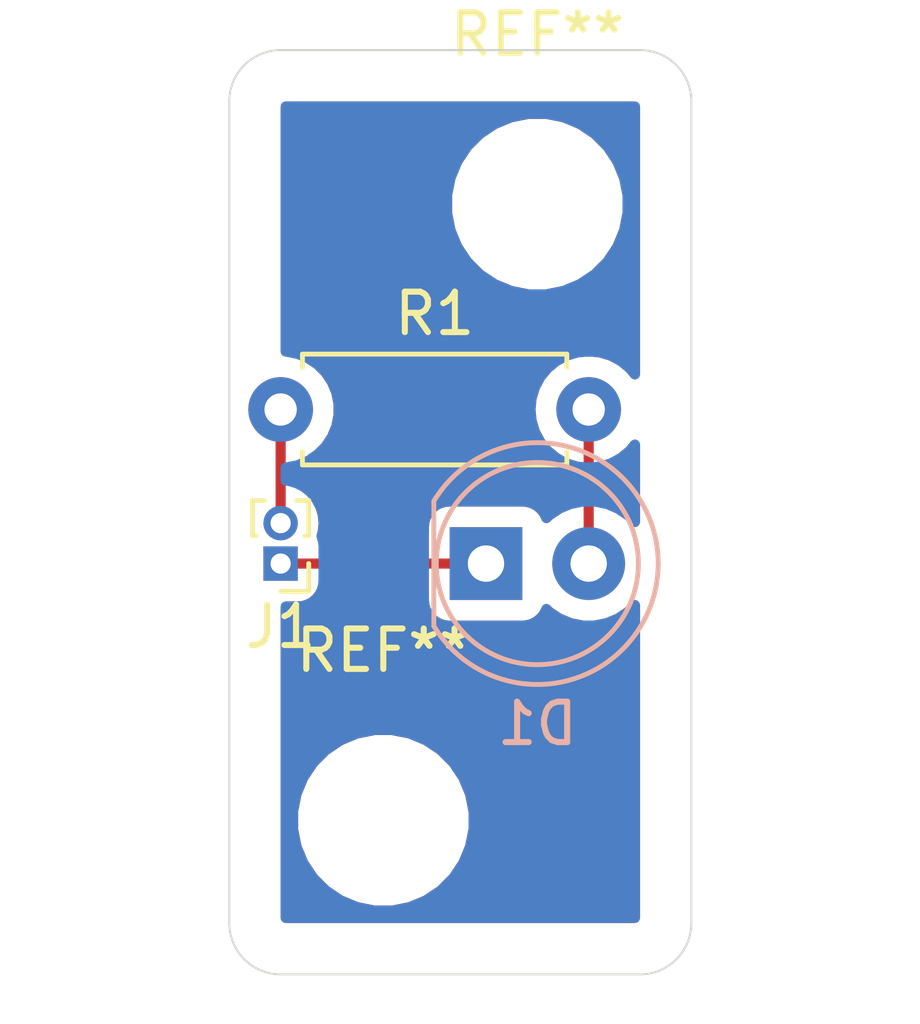
<source format=kicad_pcb>
(kicad_pcb (version 20171130) (host pcbnew "(5.1.4)-1")

  (general
    (thickness 1.6)
    (drawings 8)
    (tracks 3)
    (zones 0)
    (modules 5)
    (nets 4)
  )

  (page A4)
  (layers
    (0 F.Cu signal)
    (31 B.Cu signal)
    (32 B.Adhes user)
    (33 F.Adhes user)
    (34 B.Paste user)
    (35 F.Paste user)
    (36 B.SilkS user)
    (37 F.SilkS user)
    (38 B.Mask user)
    (39 F.Mask user)
    (40 Dwgs.User user)
    (41 Cmts.User user)
    (42 Eco1.User user)
    (43 Eco2.User user)
    (44 Edge.Cuts user)
    (45 Margin user)
    (46 B.CrtYd user)
    (47 F.CrtYd user)
    (48 B.Fab user)
    (49 F.Fab user)
  )

  (setup
    (last_trace_width 0.25)
    (trace_clearance 0.2)
    (zone_clearance 0.508)
    (zone_45_only no)
    (trace_min 0.2)
    (via_size 0.8)
    (via_drill 0.4)
    (via_min_size 0.4)
    (via_min_drill 0.3)
    (uvia_size 0.3)
    (uvia_drill 0.1)
    (uvias_allowed no)
    (uvia_min_size 0.2)
    (uvia_min_drill 0.1)
    (edge_width 0.05)
    (segment_width 0.2)
    (pcb_text_width 0.3)
    (pcb_text_size 1.5 1.5)
    (mod_edge_width 0.12)
    (mod_text_size 1 1)
    (mod_text_width 0.15)
    (pad_size 1.524 1.524)
    (pad_drill 0.762)
    (pad_to_mask_clearance 0.051)
    (solder_mask_min_width 0.25)
    (aux_axis_origin 0 0)
    (visible_elements 7FFFFFFF)
    (pcbplotparams
      (layerselection 0x010fc_ffffffff)
      (usegerberextensions false)
      (usegerberattributes false)
      (usegerberadvancedattributes false)
      (creategerberjobfile false)
      (excludeedgelayer true)
      (linewidth 0.100000)
      (plotframeref false)
      (viasonmask false)
      (mode 1)
      (useauxorigin false)
      (hpglpennumber 1)
      (hpglpenspeed 20)
      (hpglpendiameter 15.000000)
      (psnegative false)
      (psa4output false)
      (plotreference true)
      (plotvalue true)
      (plotinvisibletext false)
      (padsonsilk false)
      (subtractmaskfromsilk false)
      (outputformat 1)
      (mirror false)
      (drillshape 1)
      (scaleselection 1)
      (outputdirectory ""))
  )

  (net 0 "")
  (net 1 "Net-(D1-Pad1)")
  (net 2 "Net-(D1-Pad2)")
  (net 3 "Net-(J1-Pad2)")

  (net_class Default "This is the default net class."
    (clearance 0.2)
    (trace_width 0.25)
    (via_dia 0.8)
    (via_drill 0.4)
    (uvia_dia 0.3)
    (uvia_drill 0.1)
    (add_net "Net-(D1-Pad1)")
    (add_net "Net-(D1-Pad2)")
    (add_net "Net-(J1-Pad2)")
  )

  (module MountingHole:MountingHole_3.2mm_M3 (layer F.Cu) (tedit 56D1B4CB) (tstamp 5E3765B6)
    (at 119.38 134.62)
    (descr "Mounting Hole 3.2mm, no annular, M3")
    (tags "mounting hole 3.2mm no annular m3")
    (attr virtual)
    (fp_text reference REF** (at 0 -4.2) (layer F.SilkS)
      (effects (font (size 1 1) (thickness 0.15)))
    )
    (fp_text value MountingHole_3.2mm_M3 (at 0 4.2) (layer F.Fab)
      (effects (font (size 1 1) (thickness 0.15)))
    )
    (fp_text user %R (at 0.3 0) (layer F.Fab)
      (effects (font (size 1 1) (thickness 0.15)))
    )
    (fp_circle (center 0 0) (end 3.2 0) (layer Cmts.User) (width 0.15))
    (fp_circle (center 0 0) (end 3.45 0) (layer F.CrtYd) (width 0.05))
    (pad 1 np_thru_hole circle (at 0 0) (size 3.2 3.2) (drill 3.2) (layers *.Cu *.Mask))
  )

  (module MountingHole:MountingHole_3.2mm_M3 (layer F.Cu) (tedit 56D1B4CB) (tstamp 5E376580)
    (at 123.19 119.38)
    (descr "Mounting Hole 3.2mm, no annular, M3")
    (tags "mounting hole 3.2mm no annular m3")
    (attr virtual)
    (fp_text reference REF** (at 0 -4.2) (layer F.SilkS)
      (effects (font (size 1 1) (thickness 0.15)))
    )
    (fp_text value MountingHole_3.2mm_M3 (at 0 4.2) (layer F.Fab)
      (effects (font (size 1 1) (thickness 0.15)))
    )
    (fp_circle (center 0 0) (end 3.45 0) (layer F.CrtYd) (width 0.05))
    (fp_circle (center 0 0) (end 3.2 0) (layer Cmts.User) (width 0.15))
    (fp_text user %R (at 0.3 0) (layer F.Fab)
      (effects (font (size 1 1) (thickness 0.15)))
    )
    (pad 1 np_thru_hole circle (at 0 0) (size 3.2 3.2) (drill 3.2) (layers *.Cu *.Mask))
  )

  (module Resistor_THT:R_Axial_DIN0207_L6.3mm_D2.5mm_P7.62mm_Horizontal (layer F.Cu) (tedit 5AE5139B) (tstamp 5E37601C)
    (at 116.84 124.46)
    (descr "Resistor, Axial_DIN0207 series, Axial, Horizontal, pin pitch=7.62mm, 0.25W = 1/4W, length*diameter=6.3*2.5mm^2, http://cdn-reichelt.de/documents/datenblatt/B400/1_4W%23YAG.pdf")
    (tags "Resistor Axial_DIN0207 series Axial Horizontal pin pitch 7.62mm 0.25W = 1/4W length 6.3mm diameter 2.5mm")
    (path /5E370CF4)
    (fp_text reference R1 (at 3.81 -2.37) (layer F.SilkS)
      (effects (font (size 1 1) (thickness 0.15)))
    )
    (fp_text value R (at 3.81 2.37) (layer F.Fab)
      (effects (font (size 1 1) (thickness 0.15)))
    )
    (fp_line (start 0.66 -1.25) (end 0.66 1.25) (layer F.Fab) (width 0.1))
    (fp_line (start 0.66 1.25) (end 6.96 1.25) (layer F.Fab) (width 0.1))
    (fp_line (start 6.96 1.25) (end 6.96 -1.25) (layer F.Fab) (width 0.1))
    (fp_line (start 6.96 -1.25) (end 0.66 -1.25) (layer F.Fab) (width 0.1))
    (fp_line (start 0 0) (end 0.66 0) (layer F.Fab) (width 0.1))
    (fp_line (start 7.62 0) (end 6.96 0) (layer F.Fab) (width 0.1))
    (fp_line (start 0.54 -1.04) (end 0.54 -1.37) (layer F.SilkS) (width 0.12))
    (fp_line (start 0.54 -1.37) (end 7.08 -1.37) (layer F.SilkS) (width 0.12))
    (fp_line (start 7.08 -1.37) (end 7.08 -1.04) (layer F.SilkS) (width 0.12))
    (fp_line (start 0.54 1.04) (end 0.54 1.37) (layer F.SilkS) (width 0.12))
    (fp_line (start 0.54 1.37) (end 7.08 1.37) (layer F.SilkS) (width 0.12))
    (fp_line (start 7.08 1.37) (end 7.08 1.04) (layer F.SilkS) (width 0.12))
    (fp_line (start -1.05 -1.5) (end -1.05 1.5) (layer F.CrtYd) (width 0.05))
    (fp_line (start -1.05 1.5) (end 8.67 1.5) (layer F.CrtYd) (width 0.05))
    (fp_line (start 8.67 1.5) (end 8.67 -1.5) (layer F.CrtYd) (width 0.05))
    (fp_line (start 8.67 -1.5) (end -1.05 -1.5) (layer F.CrtYd) (width 0.05))
    (fp_text user %R (at 3.81 0) (layer F.Fab)
      (effects (font (size 1 1) (thickness 0.15)))
    )
    (pad 1 thru_hole circle (at 0 0) (size 1.6 1.6) (drill 0.8) (layers *.Cu *.Mask)
      (net 3 "Net-(J1-Pad2)"))
    (pad 2 thru_hole oval (at 7.62 0) (size 1.6 1.6) (drill 0.8) (layers *.Cu *.Mask)
      (net 2 "Net-(D1-Pad2)"))
    (model ${KISYS3DMOD}/Resistor_THT.3dshapes/R_Axial_DIN0207_L6.3mm_D2.5mm_P7.62mm_Horizontal.wrl
      (at (xyz 0 0 0))
      (scale (xyz 1 1 1))
      (rotate (xyz 0 0 0))
    )
  )

  (module LED_THT:LED_D5.0mm (layer B.Cu) (tedit 5995936A) (tstamp 5E375FED)
    (at 121.92 128.27)
    (descr "LED, diameter 5.0mm, 2 pins, http://cdn-reichelt.de/documents/datenblatt/A500/LL-504BC2E-009.pdf")
    (tags "LED diameter 5.0mm 2 pins")
    (path /5E3706AC)
    (fp_text reference D1 (at 1.27 3.96) (layer B.SilkS)
      (effects (font (size 1 1) (thickness 0.15)) (justify mirror))
    )
    (fp_text value LED (at 1.27 -3.96) (layer B.Fab)
      (effects (font (size 1 1) (thickness 0.15)) (justify mirror))
    )
    (fp_arc (start 1.27 0) (end -1.23 1.469694) (angle -299.1) (layer B.Fab) (width 0.1))
    (fp_arc (start 1.27 0) (end -1.29 1.54483) (angle -148.9) (layer B.SilkS) (width 0.12))
    (fp_arc (start 1.27 0) (end -1.29 -1.54483) (angle 148.9) (layer B.SilkS) (width 0.12))
    (fp_circle (center 1.27 0) (end 3.77 0) (layer B.Fab) (width 0.1))
    (fp_circle (center 1.27 0) (end 3.77 0) (layer B.SilkS) (width 0.12))
    (fp_line (start -1.23 1.469694) (end -1.23 -1.469694) (layer B.Fab) (width 0.1))
    (fp_line (start -1.29 1.545) (end -1.29 -1.545) (layer B.SilkS) (width 0.12))
    (fp_line (start -1.95 3.25) (end -1.95 -3.25) (layer B.CrtYd) (width 0.05))
    (fp_line (start -1.95 -3.25) (end 4.5 -3.25) (layer B.CrtYd) (width 0.05))
    (fp_line (start 4.5 -3.25) (end 4.5 3.25) (layer B.CrtYd) (width 0.05))
    (fp_line (start 4.5 3.25) (end -1.95 3.25) (layer B.CrtYd) (width 0.05))
    (fp_text user %R (at 1.25 0) (layer B.Fab)
      (effects (font (size 0.8 0.8) (thickness 0.2)) (justify mirror))
    )
    (pad 1 thru_hole rect (at 0 0) (size 1.8 1.8) (drill 0.9) (layers *.Cu *.Mask)
      (net 1 "Net-(D1-Pad1)"))
    (pad 2 thru_hole circle (at 2.54 0) (size 1.8 1.8) (drill 0.9) (layers *.Cu *.Mask)
      (net 2 "Net-(D1-Pad2)"))
    (model ${KISYS3DMOD}/LED_THT.3dshapes/LED_D5.0mm.wrl
      (at (xyz 0 0 0))
      (scale (xyz 1 1 1))
      (rotate (xyz 0 0 0))
    )
  )

  (module Connector_PinHeader_1.00mm:PinHeader_1x02_P1.00mm_Vertical (layer F.Cu) (tedit 59FED738) (tstamp 5E376005)
    (at 116.84 128.27 180)
    (descr "Through hole straight pin header, 1x02, 1.00mm pitch, single row")
    (tags "Through hole pin header THT 1x02 1.00mm single row")
    (path /5E3717BE)
    (fp_text reference J1 (at 0 -1.56) (layer F.SilkS)
      (effects (font (size 1 1) (thickness 0.15)))
    )
    (fp_text value Conn_01x02_Male (at 0 2.56) (layer F.Fab)
      (effects (font (size 1 1) (thickness 0.15)))
    )
    (fp_line (start -0.3175 -0.5) (end 0.635 -0.5) (layer F.Fab) (width 0.1))
    (fp_line (start 0.635 -0.5) (end 0.635 1.5) (layer F.Fab) (width 0.1))
    (fp_line (start 0.635 1.5) (end -0.635 1.5) (layer F.Fab) (width 0.1))
    (fp_line (start -0.635 1.5) (end -0.635 -0.1825) (layer F.Fab) (width 0.1))
    (fp_line (start -0.635 -0.1825) (end -0.3175 -0.5) (layer F.Fab) (width 0.1))
    (fp_line (start -0.695 1.56) (end -0.394493 1.56) (layer F.SilkS) (width 0.12))
    (fp_line (start 0.394493 1.56) (end 0.695 1.56) (layer F.SilkS) (width 0.12))
    (fp_line (start -0.695 0.685) (end -0.695 1.56) (layer F.SilkS) (width 0.12))
    (fp_line (start 0.695 0.685) (end 0.695 1.56) (layer F.SilkS) (width 0.12))
    (fp_line (start -0.695 0.685) (end -0.608276 0.685) (layer F.SilkS) (width 0.12))
    (fp_line (start 0.608276 0.685) (end 0.695 0.685) (layer F.SilkS) (width 0.12))
    (fp_line (start -0.695 0) (end -0.695 -0.685) (layer F.SilkS) (width 0.12))
    (fp_line (start -0.695 -0.685) (end 0 -0.685) (layer F.SilkS) (width 0.12))
    (fp_line (start -1.15 -1) (end -1.15 2) (layer F.CrtYd) (width 0.05))
    (fp_line (start -1.15 2) (end 1.15 2) (layer F.CrtYd) (width 0.05))
    (fp_line (start 1.15 2) (end 1.15 -1) (layer F.CrtYd) (width 0.05))
    (fp_line (start 1.15 -1) (end -1.15 -1) (layer F.CrtYd) (width 0.05))
    (fp_text user %R (at 0 0.5 180) (layer F.Fab)
      (effects (font (size 0.76 0.76) (thickness 0.114)))
    )
    (pad 1 thru_hole rect (at 0 0 180) (size 0.85 0.85) (drill 0.5) (layers *.Cu *.Mask)
      (net 1 "Net-(D1-Pad1)"))
    (pad 2 thru_hole oval (at 0 1 180) (size 0.85 0.85) (drill 0.5) (layers *.Cu *.Mask)
      (net 3 "Net-(J1-Pad2)"))
    (model ${KISYS3DMOD}/Connector_PinHeader_1.00mm.3dshapes/PinHeader_1x02_P1.00mm_Vertical.wrl
      (at (xyz 0 0 0))
      (scale (xyz 1 1 1))
      (rotate (xyz 0 0 0))
    )
  )

  (gr_line (start 127 116.84) (end 127 137.16) (layer Edge.Cuts) (width 0.05) (tstamp 5E376363))
  (gr_line (start 116.84 138.43) (end 125.73 138.43) (layer Edge.Cuts) (width 0.05) (tstamp 5E376362))
  (gr_line (start 115.57 116.84) (end 115.57 137.16) (layer Edge.Cuts) (width 0.05) (tstamp 5E376361))
  (gr_line (start 125.73 115.57) (end 116.84 115.57) (layer Edge.Cuts) (width 0.05) (tstamp 5E376360))
  (gr_arc (start 125.73 137.16) (end 125.73 138.43) (angle -90) (layer Edge.Cuts) (width 0.05))
  (gr_arc (start 116.84 137.16) (end 115.57 137.16) (angle -90) (layer Edge.Cuts) (width 0.05))
  (gr_arc (start 116.84 116.84) (end 116.84 115.57) (angle -90) (layer Edge.Cuts) (width 0.05))
  (gr_arc (start 125.73 116.84) (end 127 116.84) (angle -90) (layer Edge.Cuts) (width 0.05))

  (segment (start 121.92 128.27) (end 116.84 128.27) (width 0.25) (layer F.Cu) (net 1))
  (segment (start 124.46 128.27) (end 124.46 124.46) (width 0.25) (layer F.Cu) (net 2))
  (segment (start 116.84 124.46) (end 116.84 127.27) (width 0.25) (layer F.Cu) (net 3))

  (zone (net 0) (net_name "") (layer F.Cu) (tstamp 0) (hatch edge 0.508)
    (connect_pads (clearance 0.508))
    (min_thickness 0.254)
    (fill yes (arc_segments 32) (thermal_gap 0.508) (thermal_bridge_width 0.508))
    (polygon
      (pts
        (xy 116.84 116.84) (xy 125.73 116.84) (xy 125.73 137.16) (xy 116.84 137.16)
      )
    )
    (filled_polygon
      (pts
        (xy 120.381928 129.17) (xy 120.394188 129.294482) (xy 120.430498 129.41418) (xy 120.489463 129.524494) (xy 120.568815 129.621185)
        (xy 120.665506 129.700537) (xy 120.77582 129.759502) (xy 120.895518 129.795812) (xy 121.02 129.808072) (xy 122.82 129.808072)
        (xy 122.944482 129.795812) (xy 123.06418 129.759502) (xy 123.174494 129.700537) (xy 123.271185 129.621185) (xy 123.350537 129.524494)
        (xy 123.409502 129.41418) (xy 123.415056 129.395873) (xy 123.481495 129.462312) (xy 123.732905 129.630299) (xy 124.012257 129.746011)
        (xy 124.308816 129.805) (xy 124.611184 129.805) (xy 124.907743 129.746011) (xy 125.187095 129.630299) (xy 125.438505 129.462312)
        (xy 125.603 129.297817) (xy 125.603 137.033) (xy 116.967 137.033) (xy 116.967 134.399872) (xy 117.145 134.399872)
        (xy 117.145 134.840128) (xy 117.23089 135.271925) (xy 117.399369 135.678669) (xy 117.643962 136.044729) (xy 117.955271 136.356038)
        (xy 118.321331 136.600631) (xy 118.728075 136.76911) (xy 119.159872 136.855) (xy 119.600128 136.855) (xy 120.031925 136.76911)
        (xy 120.438669 136.600631) (xy 120.804729 136.356038) (xy 121.116038 136.044729) (xy 121.360631 135.678669) (xy 121.52911 135.271925)
        (xy 121.615 134.840128) (xy 121.615 134.399872) (xy 121.52911 133.968075) (xy 121.360631 133.561331) (xy 121.116038 133.195271)
        (xy 120.804729 132.883962) (xy 120.438669 132.639369) (xy 120.031925 132.47089) (xy 119.600128 132.385) (xy 119.159872 132.385)
        (xy 118.728075 132.47089) (xy 118.321331 132.639369) (xy 117.955271 132.883962) (xy 117.643962 133.195271) (xy 117.399369 133.561331)
        (xy 117.23089 133.968075) (xy 117.145 134.399872) (xy 116.967 134.399872) (xy 116.967 129.333072) (xy 117.265 129.333072)
        (xy 117.389482 129.320812) (xy 117.50918 129.284502) (xy 117.619494 129.225537) (xy 117.716185 129.146185) (xy 117.795537 129.049494)
        (xy 117.805957 129.03) (xy 120.381928 129.03)
      )
    )
    (filled_polygon
      (pts
        (xy 125.603 123.590746) (xy 125.479608 123.440392) (xy 125.261101 123.261068) (xy 125.011808 123.127818) (xy 124.741309 123.045764)
        (xy 124.530492 123.025) (xy 124.389508 123.025) (xy 124.178691 123.045764) (xy 123.908192 123.127818) (xy 123.658899 123.261068)
        (xy 123.440392 123.440392) (xy 123.261068 123.658899) (xy 123.127818 123.908192) (xy 123.045764 124.178691) (xy 123.018057 124.46)
        (xy 123.045764 124.741309) (xy 123.127818 125.011808) (xy 123.261068 125.261101) (xy 123.440392 125.479608) (xy 123.658899 125.658932)
        (xy 123.700001 125.680901) (xy 123.7 126.931687) (xy 123.481495 127.077688) (xy 123.415056 127.144127) (xy 123.409502 127.12582)
        (xy 123.350537 127.015506) (xy 123.271185 126.918815) (xy 123.174494 126.839463) (xy 123.06418 126.780498) (xy 122.944482 126.744188)
        (xy 122.82 126.731928) (xy 121.02 126.731928) (xy 120.895518 126.744188) (xy 120.77582 126.780498) (xy 120.665506 126.839463)
        (xy 120.568815 126.918815) (xy 120.489463 127.015506) (xy 120.430498 127.12582) (xy 120.394188 127.245518) (xy 120.381928 127.37)
        (xy 120.381928 127.51) (xy 117.874893 127.51) (xy 117.884662 127.477796) (xy 117.905128 127.27) (xy 117.884662 127.062204)
        (xy 117.82405 126.862393) (xy 117.725622 126.678247) (xy 117.6 126.525177) (xy 117.6 125.678043) (xy 117.754759 125.574637)
        (xy 117.954637 125.374759) (xy 118.11168 125.139727) (xy 118.219853 124.878574) (xy 118.275 124.601335) (xy 118.275 124.318665)
        (xy 118.219853 124.041426) (xy 118.11168 123.780273) (xy 117.954637 123.545241) (xy 117.754759 123.345363) (xy 117.519727 123.18832)
        (xy 117.258574 123.080147) (xy 116.981335 123.025) (xy 116.967 123.025) (xy 116.967 119.159872) (xy 120.955 119.159872)
        (xy 120.955 119.600128) (xy 121.04089 120.031925) (xy 121.209369 120.438669) (xy 121.453962 120.804729) (xy 121.765271 121.116038)
        (xy 122.131331 121.360631) (xy 122.538075 121.52911) (xy 122.969872 121.615) (xy 123.410128 121.615) (xy 123.841925 121.52911)
        (xy 124.248669 121.360631) (xy 124.614729 121.116038) (xy 124.926038 120.804729) (xy 125.170631 120.438669) (xy 125.33911 120.031925)
        (xy 125.425 119.600128) (xy 125.425 119.159872) (xy 125.33911 118.728075) (xy 125.170631 118.321331) (xy 124.926038 117.955271)
        (xy 124.614729 117.643962) (xy 124.248669 117.399369) (xy 123.841925 117.23089) (xy 123.410128 117.145) (xy 122.969872 117.145)
        (xy 122.538075 117.23089) (xy 122.131331 117.399369) (xy 121.765271 117.643962) (xy 121.453962 117.955271) (xy 121.209369 118.321331)
        (xy 121.04089 118.728075) (xy 120.955 119.159872) (xy 116.967 119.159872) (xy 116.967 116.967) (xy 125.603 116.967)
      )
    )
    (filled_polygon
      (pts
        (xy 125.603 127.242183) (xy 125.438505 127.077688) (xy 125.22 126.931687) (xy 125.22 125.680901) (xy 125.261101 125.658932)
        (xy 125.479608 125.479608) (xy 125.603 125.329254)
      )
    )
  )
  (zone (net 0) (net_name "") (layer B.Cu) (tstamp 0) (hatch edge 0.508)
    (connect_pads (clearance 0.508))
    (min_thickness 0.254)
    (fill yes (arc_segments 32) (thermal_gap 0.508) (thermal_bridge_width 0.508))
    (polygon
      (pts
        (xy 116.84 116.84) (xy 125.73 116.84) (xy 125.73 137.16) (xy 116.84 137.16)
      )
    )
    (filled_polygon
      (pts
        (xy 125.603 123.590746) (xy 125.479608 123.440392) (xy 125.261101 123.261068) (xy 125.011808 123.127818) (xy 124.741309 123.045764)
        (xy 124.530492 123.025) (xy 124.389508 123.025) (xy 124.178691 123.045764) (xy 123.908192 123.127818) (xy 123.658899 123.261068)
        (xy 123.440392 123.440392) (xy 123.261068 123.658899) (xy 123.127818 123.908192) (xy 123.045764 124.178691) (xy 123.018057 124.46)
        (xy 123.045764 124.741309) (xy 123.127818 125.011808) (xy 123.261068 125.261101) (xy 123.440392 125.479608) (xy 123.658899 125.658932)
        (xy 123.908192 125.792182) (xy 124.178691 125.874236) (xy 124.389508 125.895) (xy 124.530492 125.895) (xy 124.741309 125.874236)
        (xy 125.011808 125.792182) (xy 125.261101 125.658932) (xy 125.479608 125.479608) (xy 125.603 125.329254) (xy 125.603 127.242183)
        (xy 125.438505 127.077688) (xy 125.187095 126.909701) (xy 124.907743 126.793989) (xy 124.611184 126.735) (xy 124.308816 126.735)
        (xy 124.012257 126.793989) (xy 123.732905 126.909701) (xy 123.481495 127.077688) (xy 123.415056 127.144127) (xy 123.409502 127.12582)
        (xy 123.350537 127.015506) (xy 123.271185 126.918815) (xy 123.174494 126.839463) (xy 123.06418 126.780498) (xy 122.944482 126.744188)
        (xy 122.82 126.731928) (xy 121.02 126.731928) (xy 120.895518 126.744188) (xy 120.77582 126.780498) (xy 120.665506 126.839463)
        (xy 120.568815 126.918815) (xy 120.489463 127.015506) (xy 120.430498 127.12582) (xy 120.394188 127.245518) (xy 120.381928 127.37)
        (xy 120.381928 129.17) (xy 120.394188 129.294482) (xy 120.430498 129.41418) (xy 120.489463 129.524494) (xy 120.568815 129.621185)
        (xy 120.665506 129.700537) (xy 120.77582 129.759502) (xy 120.895518 129.795812) (xy 121.02 129.808072) (xy 122.82 129.808072)
        (xy 122.944482 129.795812) (xy 123.06418 129.759502) (xy 123.174494 129.700537) (xy 123.271185 129.621185) (xy 123.350537 129.524494)
        (xy 123.409502 129.41418) (xy 123.415056 129.395873) (xy 123.481495 129.462312) (xy 123.732905 129.630299) (xy 124.012257 129.746011)
        (xy 124.308816 129.805) (xy 124.611184 129.805) (xy 124.907743 129.746011) (xy 125.187095 129.630299) (xy 125.438505 129.462312)
        (xy 125.603 129.297817) (xy 125.603 137.033) (xy 116.967 137.033) (xy 116.967 134.399872) (xy 117.145 134.399872)
        (xy 117.145 134.840128) (xy 117.23089 135.271925) (xy 117.399369 135.678669) (xy 117.643962 136.044729) (xy 117.955271 136.356038)
        (xy 118.321331 136.600631) (xy 118.728075 136.76911) (xy 119.159872 136.855) (xy 119.600128 136.855) (xy 120.031925 136.76911)
        (xy 120.438669 136.600631) (xy 120.804729 136.356038) (xy 121.116038 136.044729) (xy 121.360631 135.678669) (xy 121.52911 135.271925)
        (xy 121.615 134.840128) (xy 121.615 134.399872) (xy 121.52911 133.968075) (xy 121.360631 133.561331) (xy 121.116038 133.195271)
        (xy 120.804729 132.883962) (xy 120.438669 132.639369) (xy 120.031925 132.47089) (xy 119.600128 132.385) (xy 119.159872 132.385)
        (xy 118.728075 132.47089) (xy 118.321331 132.639369) (xy 117.955271 132.883962) (xy 117.643962 133.195271) (xy 117.399369 133.561331)
        (xy 117.23089 133.968075) (xy 117.145 134.399872) (xy 116.967 134.399872) (xy 116.967 129.333072) (xy 117.265 129.333072)
        (xy 117.389482 129.320812) (xy 117.50918 129.284502) (xy 117.619494 129.225537) (xy 117.716185 129.146185) (xy 117.795537 129.049494)
        (xy 117.854502 128.93918) (xy 117.890812 128.819482) (xy 117.903072 128.695) (xy 117.903072 127.845) (xy 117.890812 127.720518)
        (xy 117.854502 127.60082) (xy 117.849935 127.592276) (xy 117.884662 127.477796) (xy 117.905128 127.27) (xy 117.884662 127.062204)
        (xy 117.82405 126.862393) (xy 117.725622 126.678247) (xy 117.593159 126.516841) (xy 117.431753 126.384378) (xy 117.247607 126.28595)
        (xy 117.047796 126.225338) (xy 116.967 126.21738) (xy 116.967 125.895) (xy 116.981335 125.895) (xy 117.258574 125.839853)
        (xy 117.519727 125.73168) (xy 117.754759 125.574637) (xy 117.954637 125.374759) (xy 118.11168 125.139727) (xy 118.219853 124.878574)
        (xy 118.275 124.601335) (xy 118.275 124.318665) (xy 118.219853 124.041426) (xy 118.11168 123.780273) (xy 117.954637 123.545241)
        (xy 117.754759 123.345363) (xy 117.519727 123.18832) (xy 117.258574 123.080147) (xy 116.981335 123.025) (xy 116.967 123.025)
        (xy 116.967 119.159872) (xy 120.955 119.159872) (xy 120.955 119.600128) (xy 121.04089 120.031925) (xy 121.209369 120.438669)
        (xy 121.453962 120.804729) (xy 121.765271 121.116038) (xy 122.131331 121.360631) (xy 122.538075 121.52911) (xy 122.969872 121.615)
        (xy 123.410128 121.615) (xy 123.841925 121.52911) (xy 124.248669 121.360631) (xy 124.614729 121.116038) (xy 124.926038 120.804729)
        (xy 125.170631 120.438669) (xy 125.33911 120.031925) (xy 125.425 119.600128) (xy 125.425 119.159872) (xy 125.33911 118.728075)
        (xy 125.170631 118.321331) (xy 124.926038 117.955271) (xy 124.614729 117.643962) (xy 124.248669 117.399369) (xy 123.841925 117.23089)
        (xy 123.410128 117.145) (xy 122.969872 117.145) (xy 122.538075 117.23089) (xy 122.131331 117.399369) (xy 121.765271 117.643962)
        (xy 121.453962 117.955271) (xy 121.209369 118.321331) (xy 121.04089 118.728075) (xy 120.955 119.159872) (xy 116.967 119.159872)
        (xy 116.967 116.967) (xy 125.603 116.967)
      )
    )
  )
)

</source>
